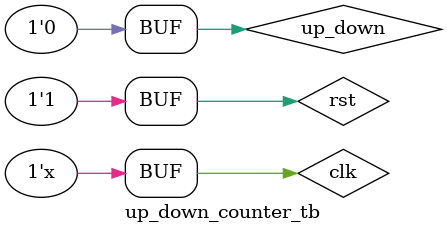
<source format=v>
module up_down_counter_tb;
reg clk,rst,up_down;
wire [2:0] y;
up_down_counter uut(clk,rst,up_down,y);
always #5 clk=~clk;
initial
begin
$monitor($time," rst=%b,y=%b",rst,y);
clk=0;
rst=1;
#10 rst=0;
up_down=1;
#90 rst=1;
#95 rst=0;
up_down=0;
#100 rst=1;
end
endmodule

</source>
